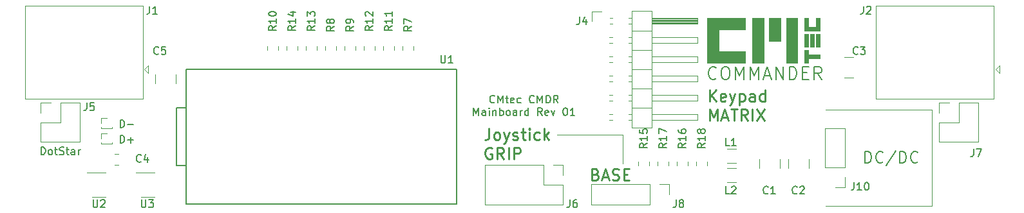
<source format=gbr>
G04 #@! TF.GenerationSoftware,KiCad,Pcbnew,(5.1.5)-3*
G04 #@! TF.CreationDate,2020-02-10T14:16:37+01:00*
G04 #@! TF.ProjectId,cmdr_mainboard,636d6472-5f6d-4616-996e-626f6172642e,rev?*
G04 #@! TF.SameCoordinates,Original*
G04 #@! TF.FileFunction,Legend,Top*
G04 #@! TF.FilePolarity,Positive*
%FSLAX46Y46*%
G04 Gerber Fmt 4.6, Leading zero omitted, Abs format (unit mm)*
G04 Created by KiCad (PCBNEW (5.1.5)-3) date 2020-02-10 14:16:37*
%MOMM*%
%LPD*%
G04 APERTURE LIST*
%ADD10C,0.150000*%
%ADD11C,0.120000*%
%ADD12C,0.250000*%
%ADD13C,0.010000*%
G04 APERTURE END LIST*
D10*
X120602857Y-76748142D02*
X120555238Y-76795761D01*
X120412380Y-76843380D01*
X120317142Y-76843380D01*
X120174285Y-76795761D01*
X120079047Y-76700523D01*
X120031428Y-76605285D01*
X119983809Y-76414809D01*
X119983809Y-76271952D01*
X120031428Y-76081476D01*
X120079047Y-75986238D01*
X120174285Y-75891000D01*
X120317142Y-75843380D01*
X120412380Y-75843380D01*
X120555238Y-75891000D01*
X120602857Y-75938619D01*
X121031428Y-76843380D02*
X121031428Y-75843380D01*
X121364761Y-76557666D01*
X121698095Y-75843380D01*
X121698095Y-76843380D01*
X122031428Y-76176714D02*
X122412380Y-76176714D01*
X122174285Y-75843380D02*
X122174285Y-76700523D01*
X122221904Y-76795761D01*
X122317142Y-76843380D01*
X122412380Y-76843380D01*
X123126666Y-76795761D02*
X123031428Y-76843380D01*
X122840952Y-76843380D01*
X122745714Y-76795761D01*
X122698095Y-76700523D01*
X122698095Y-76319571D01*
X122745714Y-76224333D01*
X122840952Y-76176714D01*
X123031428Y-76176714D01*
X123126666Y-76224333D01*
X123174285Y-76319571D01*
X123174285Y-76414809D01*
X122698095Y-76510047D01*
X124031428Y-76795761D02*
X123936190Y-76843380D01*
X123745714Y-76843380D01*
X123650476Y-76795761D01*
X123602857Y-76748142D01*
X123555238Y-76652904D01*
X123555238Y-76367190D01*
X123602857Y-76271952D01*
X123650476Y-76224333D01*
X123745714Y-76176714D01*
X123936190Y-76176714D01*
X124031428Y-76224333D01*
X125793333Y-76748142D02*
X125745714Y-76795761D01*
X125602857Y-76843380D01*
X125507619Y-76843380D01*
X125364761Y-76795761D01*
X125269523Y-76700523D01*
X125221904Y-76605285D01*
X125174285Y-76414809D01*
X125174285Y-76271952D01*
X125221904Y-76081476D01*
X125269523Y-75986238D01*
X125364761Y-75891000D01*
X125507619Y-75843380D01*
X125602857Y-75843380D01*
X125745714Y-75891000D01*
X125793333Y-75938619D01*
X126221904Y-76843380D02*
X126221904Y-75843380D01*
X126555238Y-76557666D01*
X126888571Y-75843380D01*
X126888571Y-76843380D01*
X127364761Y-76843380D02*
X127364761Y-75843380D01*
X127602857Y-75843380D01*
X127745714Y-75891000D01*
X127840952Y-75986238D01*
X127888571Y-76081476D01*
X127936190Y-76271952D01*
X127936190Y-76414809D01*
X127888571Y-76605285D01*
X127840952Y-76700523D01*
X127745714Y-76795761D01*
X127602857Y-76843380D01*
X127364761Y-76843380D01*
X128936190Y-76843380D02*
X128602857Y-76367190D01*
X128364761Y-76843380D02*
X128364761Y-75843380D01*
X128745714Y-75843380D01*
X128840952Y-75891000D01*
X128888571Y-75938619D01*
X128936190Y-76033857D01*
X128936190Y-76176714D01*
X128888571Y-76271952D01*
X128840952Y-76319571D01*
X128745714Y-76367190D01*
X128364761Y-76367190D01*
X117840952Y-78493380D02*
X117840952Y-77493380D01*
X118174285Y-78207666D01*
X118507619Y-77493380D01*
X118507619Y-78493380D01*
X119412380Y-78493380D02*
X119412380Y-77969571D01*
X119364761Y-77874333D01*
X119269523Y-77826714D01*
X119079047Y-77826714D01*
X118983809Y-77874333D01*
X119412380Y-78445761D02*
X119317142Y-78493380D01*
X119079047Y-78493380D01*
X118983809Y-78445761D01*
X118936190Y-78350523D01*
X118936190Y-78255285D01*
X118983809Y-78160047D01*
X119079047Y-78112428D01*
X119317142Y-78112428D01*
X119412380Y-78064809D01*
X119888571Y-78493380D02*
X119888571Y-77826714D01*
X119888571Y-77493380D02*
X119840952Y-77541000D01*
X119888571Y-77588619D01*
X119936190Y-77541000D01*
X119888571Y-77493380D01*
X119888571Y-77588619D01*
X120364761Y-77826714D02*
X120364761Y-78493380D01*
X120364761Y-77921952D02*
X120412380Y-77874333D01*
X120507619Y-77826714D01*
X120650476Y-77826714D01*
X120745714Y-77874333D01*
X120793333Y-77969571D01*
X120793333Y-78493380D01*
X121269523Y-78493380D02*
X121269523Y-77493380D01*
X121269523Y-77874333D02*
X121364761Y-77826714D01*
X121555238Y-77826714D01*
X121650476Y-77874333D01*
X121698095Y-77921952D01*
X121745714Y-78017190D01*
X121745714Y-78302904D01*
X121698095Y-78398142D01*
X121650476Y-78445761D01*
X121555238Y-78493380D01*
X121364761Y-78493380D01*
X121269523Y-78445761D01*
X122317142Y-78493380D02*
X122221904Y-78445761D01*
X122174285Y-78398142D01*
X122126666Y-78302904D01*
X122126666Y-78017190D01*
X122174285Y-77921952D01*
X122221904Y-77874333D01*
X122317142Y-77826714D01*
X122460000Y-77826714D01*
X122555238Y-77874333D01*
X122602857Y-77921952D01*
X122650476Y-78017190D01*
X122650476Y-78302904D01*
X122602857Y-78398142D01*
X122555238Y-78445761D01*
X122460000Y-78493380D01*
X122317142Y-78493380D01*
X123507619Y-78493380D02*
X123507619Y-77969571D01*
X123460000Y-77874333D01*
X123364761Y-77826714D01*
X123174285Y-77826714D01*
X123079047Y-77874333D01*
X123507619Y-78445761D02*
X123412380Y-78493380D01*
X123174285Y-78493380D01*
X123079047Y-78445761D01*
X123031428Y-78350523D01*
X123031428Y-78255285D01*
X123079047Y-78160047D01*
X123174285Y-78112428D01*
X123412380Y-78112428D01*
X123507619Y-78064809D01*
X123983809Y-78493380D02*
X123983809Y-77826714D01*
X123983809Y-78017190D02*
X124031428Y-77921952D01*
X124079047Y-77874333D01*
X124174285Y-77826714D01*
X124269523Y-77826714D01*
X125031428Y-78493380D02*
X125031428Y-77493380D01*
X125031428Y-78445761D02*
X124936190Y-78493380D01*
X124745714Y-78493380D01*
X124650476Y-78445761D01*
X124602857Y-78398142D01*
X124555238Y-78302904D01*
X124555238Y-78017190D01*
X124602857Y-77921952D01*
X124650476Y-77874333D01*
X124745714Y-77826714D01*
X124936190Y-77826714D01*
X125031428Y-77874333D01*
X126840952Y-78493380D02*
X126507619Y-78017190D01*
X126269523Y-78493380D02*
X126269523Y-77493380D01*
X126650476Y-77493380D01*
X126745714Y-77541000D01*
X126793333Y-77588619D01*
X126840952Y-77683857D01*
X126840952Y-77826714D01*
X126793333Y-77921952D01*
X126745714Y-77969571D01*
X126650476Y-78017190D01*
X126269523Y-78017190D01*
X127650476Y-78445761D02*
X127555238Y-78493380D01*
X127364761Y-78493380D01*
X127269523Y-78445761D01*
X127221904Y-78350523D01*
X127221904Y-77969571D01*
X127269523Y-77874333D01*
X127364761Y-77826714D01*
X127555238Y-77826714D01*
X127650476Y-77874333D01*
X127698095Y-77969571D01*
X127698095Y-78064809D01*
X127221904Y-78160047D01*
X128031428Y-77826714D02*
X128269523Y-78493380D01*
X128507619Y-77826714D01*
X129840952Y-77493380D02*
X129936190Y-77493380D01*
X130031428Y-77541000D01*
X130079047Y-77588619D01*
X130126666Y-77683857D01*
X130174285Y-77874333D01*
X130174285Y-78112428D01*
X130126666Y-78302904D01*
X130079047Y-78398142D01*
X130031428Y-78445761D01*
X129936190Y-78493380D01*
X129840952Y-78493380D01*
X129745714Y-78445761D01*
X129698095Y-78398142D01*
X129650476Y-78302904D01*
X129602857Y-78112428D01*
X129602857Y-77874333D01*
X129650476Y-77683857D01*
X129698095Y-77588619D01*
X129745714Y-77541000D01*
X129840952Y-77493380D01*
X131126666Y-78493380D02*
X130555238Y-78493380D01*
X130840952Y-78493380D02*
X130840952Y-77493380D01*
X130745714Y-77636238D01*
X130650476Y-77731476D01*
X130555238Y-77779095D01*
D11*
X137414000Y-81026000D02*
X137414000Y-84836000D01*
X128778000Y-81026000D02*
X137414000Y-81026000D01*
X178054000Y-77724000D02*
X178054000Y-90424000D01*
X178054000Y-90424000D02*
X164084000Y-90424000D01*
D10*
X169291428Y-84752571D02*
X169291428Y-83252571D01*
X169648571Y-83252571D01*
X169862857Y-83324000D01*
X170005714Y-83466857D01*
X170077142Y-83609714D01*
X170148571Y-83895428D01*
X170148571Y-84109714D01*
X170077142Y-84395428D01*
X170005714Y-84538285D01*
X169862857Y-84681142D01*
X169648571Y-84752571D01*
X169291428Y-84752571D01*
X171648571Y-84609714D02*
X171577142Y-84681142D01*
X171362857Y-84752571D01*
X171220000Y-84752571D01*
X171005714Y-84681142D01*
X170862857Y-84538285D01*
X170791428Y-84395428D01*
X170720000Y-84109714D01*
X170720000Y-83895428D01*
X170791428Y-83609714D01*
X170862857Y-83466857D01*
X171005714Y-83324000D01*
X171220000Y-83252571D01*
X171362857Y-83252571D01*
X171577142Y-83324000D01*
X171648571Y-83395428D01*
X173362857Y-83181142D02*
X172077142Y-85109714D01*
X173862857Y-84752571D02*
X173862857Y-83252571D01*
X174220000Y-83252571D01*
X174434285Y-83324000D01*
X174577142Y-83466857D01*
X174648571Y-83609714D01*
X174720000Y-83895428D01*
X174720000Y-84109714D01*
X174648571Y-84395428D01*
X174577142Y-84538285D01*
X174434285Y-84681142D01*
X174220000Y-84752571D01*
X173862857Y-84752571D01*
X176220000Y-84609714D02*
X176148571Y-84681142D01*
X175934285Y-84752571D01*
X175791428Y-84752571D01*
X175577142Y-84681142D01*
X175434285Y-84538285D01*
X175362857Y-84395428D01*
X175291428Y-84109714D01*
X175291428Y-83895428D01*
X175362857Y-83609714D01*
X175434285Y-83466857D01*
X175577142Y-83324000D01*
X175791428Y-83252571D01*
X175934285Y-83252571D01*
X176148571Y-83324000D01*
X176220000Y-83395428D01*
D11*
X164084000Y-77724000D02*
X178054000Y-77724000D01*
D12*
X148855642Y-76644571D02*
X148855642Y-75144571D01*
X149712785Y-76644571D02*
X149069928Y-75787428D01*
X149712785Y-75144571D02*
X148855642Y-76001714D01*
X150927071Y-76573142D02*
X150784214Y-76644571D01*
X150498500Y-76644571D01*
X150355642Y-76573142D01*
X150284214Y-76430285D01*
X150284214Y-75858857D01*
X150355642Y-75716000D01*
X150498500Y-75644571D01*
X150784214Y-75644571D01*
X150927071Y-75716000D01*
X150998500Y-75858857D01*
X150998500Y-76001714D01*
X150284214Y-76144571D01*
X151498500Y-75644571D02*
X151855642Y-76644571D01*
X152212785Y-75644571D02*
X151855642Y-76644571D01*
X151712785Y-77001714D01*
X151641357Y-77073142D01*
X151498500Y-77144571D01*
X152784214Y-75644571D02*
X152784214Y-77144571D01*
X152784214Y-75716000D02*
X152927071Y-75644571D01*
X153212785Y-75644571D01*
X153355642Y-75716000D01*
X153427071Y-75787428D01*
X153498500Y-75930285D01*
X153498500Y-76358857D01*
X153427071Y-76501714D01*
X153355642Y-76573142D01*
X153212785Y-76644571D01*
X152927071Y-76644571D01*
X152784214Y-76573142D01*
X154784214Y-76644571D02*
X154784214Y-75858857D01*
X154712785Y-75716000D01*
X154569928Y-75644571D01*
X154284214Y-75644571D01*
X154141357Y-75716000D01*
X154784214Y-76573142D02*
X154641357Y-76644571D01*
X154284214Y-76644571D01*
X154141357Y-76573142D01*
X154069928Y-76430285D01*
X154069928Y-76287428D01*
X154141357Y-76144571D01*
X154284214Y-76073142D01*
X154641357Y-76073142D01*
X154784214Y-76001714D01*
X156141357Y-76644571D02*
X156141357Y-75144571D01*
X156141357Y-76573142D02*
X155998500Y-76644571D01*
X155712785Y-76644571D01*
X155569928Y-76573142D01*
X155498500Y-76501714D01*
X155427071Y-76358857D01*
X155427071Y-75930285D01*
X155498500Y-75787428D01*
X155569928Y-75716000D01*
X155712785Y-75644571D01*
X155998500Y-75644571D01*
X156141357Y-75716000D01*
X148855642Y-79144571D02*
X148855642Y-77644571D01*
X149355642Y-78716000D01*
X149855642Y-77644571D01*
X149855642Y-79144571D01*
X150498500Y-78716000D02*
X151212785Y-78716000D01*
X150355642Y-79144571D02*
X150855642Y-77644571D01*
X151355642Y-79144571D01*
X151641357Y-77644571D02*
X152498500Y-77644571D01*
X152069928Y-79144571D02*
X152069928Y-77644571D01*
X153855642Y-79144571D02*
X153355642Y-78430285D01*
X152998500Y-79144571D02*
X152998500Y-77644571D01*
X153569928Y-77644571D01*
X153712785Y-77716000D01*
X153784214Y-77787428D01*
X153855642Y-77930285D01*
X153855642Y-78144571D01*
X153784214Y-78287428D01*
X153712785Y-78358857D01*
X153569928Y-78430285D01*
X152998500Y-78430285D01*
X154498500Y-79144571D02*
X154498500Y-77644571D01*
X155069928Y-77644571D02*
X156069928Y-79144571D01*
X156069928Y-77644571D02*
X155069928Y-79144571D01*
X133861642Y-86252857D02*
X134075928Y-86324285D01*
X134147357Y-86395714D01*
X134218785Y-86538571D01*
X134218785Y-86752857D01*
X134147357Y-86895714D01*
X134075928Y-86967142D01*
X133933071Y-87038571D01*
X133361642Y-87038571D01*
X133361642Y-85538571D01*
X133861642Y-85538571D01*
X134004500Y-85610000D01*
X134075928Y-85681428D01*
X134147357Y-85824285D01*
X134147357Y-85967142D01*
X134075928Y-86110000D01*
X134004500Y-86181428D01*
X133861642Y-86252857D01*
X133361642Y-86252857D01*
X134790214Y-86610000D02*
X135504500Y-86610000D01*
X134647357Y-87038571D02*
X135147357Y-85538571D01*
X135647357Y-87038571D01*
X136075928Y-86967142D02*
X136290214Y-87038571D01*
X136647357Y-87038571D01*
X136790214Y-86967142D01*
X136861642Y-86895714D01*
X136933071Y-86752857D01*
X136933071Y-86610000D01*
X136861642Y-86467142D01*
X136790214Y-86395714D01*
X136647357Y-86324285D01*
X136361642Y-86252857D01*
X136218785Y-86181428D01*
X136147357Y-86110000D01*
X136075928Y-85967142D01*
X136075928Y-85824285D01*
X136147357Y-85681428D01*
X136218785Y-85610000D01*
X136361642Y-85538571D01*
X136718785Y-85538571D01*
X136933071Y-85610000D01*
X137575928Y-86252857D02*
X138075928Y-86252857D01*
X138290214Y-87038571D02*
X137575928Y-87038571D01*
X137575928Y-85538571D01*
X138290214Y-85538571D01*
X119868214Y-80224571D02*
X119868214Y-81296000D01*
X119796785Y-81510285D01*
X119653928Y-81653142D01*
X119439642Y-81724571D01*
X119296785Y-81724571D01*
X120796785Y-81724571D02*
X120653928Y-81653142D01*
X120582500Y-81581714D01*
X120511071Y-81438857D01*
X120511071Y-81010285D01*
X120582500Y-80867428D01*
X120653928Y-80796000D01*
X120796785Y-80724571D01*
X121011071Y-80724571D01*
X121153928Y-80796000D01*
X121225357Y-80867428D01*
X121296785Y-81010285D01*
X121296785Y-81438857D01*
X121225357Y-81581714D01*
X121153928Y-81653142D01*
X121011071Y-81724571D01*
X120796785Y-81724571D01*
X121796785Y-80724571D02*
X122153928Y-81724571D01*
X122511071Y-80724571D02*
X122153928Y-81724571D01*
X122011071Y-82081714D01*
X121939642Y-82153142D01*
X121796785Y-82224571D01*
X123011071Y-81653142D02*
X123153928Y-81724571D01*
X123439642Y-81724571D01*
X123582500Y-81653142D01*
X123653928Y-81510285D01*
X123653928Y-81438857D01*
X123582500Y-81296000D01*
X123439642Y-81224571D01*
X123225357Y-81224571D01*
X123082500Y-81153142D01*
X123011071Y-81010285D01*
X123011071Y-80938857D01*
X123082500Y-80796000D01*
X123225357Y-80724571D01*
X123439642Y-80724571D01*
X123582500Y-80796000D01*
X124082500Y-80724571D02*
X124653928Y-80724571D01*
X124296785Y-80224571D02*
X124296785Y-81510285D01*
X124368214Y-81653142D01*
X124511071Y-81724571D01*
X124653928Y-81724571D01*
X125153928Y-81724571D02*
X125153928Y-80724571D01*
X125153928Y-80224571D02*
X125082500Y-80296000D01*
X125153928Y-80367428D01*
X125225357Y-80296000D01*
X125153928Y-80224571D01*
X125153928Y-80367428D01*
X126511071Y-81653142D02*
X126368214Y-81724571D01*
X126082500Y-81724571D01*
X125939642Y-81653142D01*
X125868214Y-81581714D01*
X125796785Y-81438857D01*
X125796785Y-81010285D01*
X125868214Y-80867428D01*
X125939642Y-80796000D01*
X126082500Y-80724571D01*
X126368214Y-80724571D01*
X126511071Y-80796000D01*
X127153928Y-81724571D02*
X127153928Y-80224571D01*
X127296785Y-81153142D02*
X127725357Y-81724571D01*
X127725357Y-80724571D02*
X127153928Y-81296000D01*
X120225357Y-82796000D02*
X120082500Y-82724571D01*
X119868214Y-82724571D01*
X119653928Y-82796000D01*
X119511071Y-82938857D01*
X119439642Y-83081714D01*
X119368214Y-83367428D01*
X119368214Y-83581714D01*
X119439642Y-83867428D01*
X119511071Y-84010285D01*
X119653928Y-84153142D01*
X119868214Y-84224571D01*
X120011071Y-84224571D01*
X120225357Y-84153142D01*
X120296785Y-84081714D01*
X120296785Y-83581714D01*
X120011071Y-83581714D01*
X121796785Y-84224571D02*
X121296785Y-83510285D01*
X120939642Y-84224571D02*
X120939642Y-82724571D01*
X121511071Y-82724571D01*
X121653928Y-82796000D01*
X121725357Y-82867428D01*
X121796785Y-83010285D01*
X121796785Y-83224571D01*
X121725357Y-83367428D01*
X121653928Y-83438857D01*
X121511071Y-83510285D01*
X120939642Y-83510285D01*
X122439642Y-84224571D02*
X122439642Y-82724571D01*
X123153928Y-84224571D02*
X123153928Y-82724571D01*
X123725357Y-82724571D01*
X123868214Y-82796000D01*
X123939642Y-82867428D01*
X124011071Y-83010285D01*
X124011071Y-83224571D01*
X123939642Y-83367428D01*
X123868214Y-83438857D01*
X123725357Y-83510285D01*
X123153928Y-83510285D01*
D10*
X149736761Y-73593142D02*
X149655809Y-73674095D01*
X149412952Y-73755047D01*
X149251047Y-73755047D01*
X149008190Y-73674095D01*
X148846285Y-73512190D01*
X148765333Y-73350285D01*
X148684380Y-73026476D01*
X148684380Y-72783619D01*
X148765333Y-72459809D01*
X148846285Y-72297904D01*
X149008190Y-72136000D01*
X149251047Y-72055047D01*
X149412952Y-72055047D01*
X149655809Y-72136000D01*
X149736761Y-72216952D01*
X150789142Y-72055047D02*
X151112952Y-72055047D01*
X151274857Y-72136000D01*
X151436761Y-72297904D01*
X151517714Y-72621714D01*
X151517714Y-73188380D01*
X151436761Y-73512190D01*
X151274857Y-73674095D01*
X151112952Y-73755047D01*
X150789142Y-73755047D01*
X150627238Y-73674095D01*
X150465333Y-73512190D01*
X150384380Y-73188380D01*
X150384380Y-72621714D01*
X150465333Y-72297904D01*
X150627238Y-72136000D01*
X150789142Y-72055047D01*
X152246285Y-73755047D02*
X152246285Y-72055047D01*
X152812952Y-73269333D01*
X153379619Y-72055047D01*
X153379619Y-73755047D01*
X154189142Y-73755047D02*
X154189142Y-72055047D01*
X154755809Y-73269333D01*
X155322476Y-72055047D01*
X155322476Y-73755047D01*
X156051047Y-73269333D02*
X156860571Y-73269333D01*
X155889142Y-73755047D02*
X156455809Y-72055047D01*
X157022476Y-73755047D01*
X157589142Y-73755047D02*
X157589142Y-72055047D01*
X158560571Y-73755047D01*
X158560571Y-72055047D01*
X159370095Y-73755047D02*
X159370095Y-72055047D01*
X159774857Y-72055047D01*
X160017714Y-72136000D01*
X160179619Y-72297904D01*
X160260571Y-72459809D01*
X160341523Y-72783619D01*
X160341523Y-73026476D01*
X160260571Y-73350285D01*
X160179619Y-73512190D01*
X160017714Y-73674095D01*
X159774857Y-73755047D01*
X159370095Y-73755047D01*
X161070095Y-72864571D02*
X161636761Y-72864571D01*
X161879619Y-73755047D02*
X161070095Y-73755047D01*
X161070095Y-72055047D01*
X161879619Y-72055047D01*
X163579619Y-73755047D02*
X163012952Y-72945523D01*
X162608190Y-73755047D02*
X162608190Y-72055047D01*
X163255809Y-72055047D01*
X163417714Y-72136000D01*
X163498666Y-72216952D01*
X163579619Y-72378857D01*
X163579619Y-72621714D01*
X163498666Y-72783619D01*
X163417714Y-72864571D01*
X163255809Y-72945523D01*
X162608190Y-72945523D01*
D11*
X186255000Y-76270000D02*
X186242000Y-64008000D01*
X170735000Y-76270000D02*
X186255000Y-76270000D01*
X170735000Y-76270000D02*
X170735000Y-64008000D01*
X186242000Y-64008000D02*
X170722000Y-64008000D01*
X186440000Y-72390000D02*
X186940000Y-72890000D01*
X186940000Y-72890000D02*
X186940000Y-71890000D01*
X186940000Y-71890000D02*
X186440000Y-72390000D01*
X68901000Y-80849000D02*
X69596000Y-80849000D01*
X68901000Y-81534000D02*
X68901000Y-80849000D01*
X70204276Y-82219000D02*
X70291000Y-82219000D01*
X68901000Y-82219000D02*
X68987724Y-82219000D01*
X70291000Y-82219000D02*
X70291000Y-82094000D01*
X68901000Y-82219000D02*
X68901000Y-82094000D01*
X68901000Y-82219000D02*
X70291000Y-82219000D01*
X68901000Y-78817000D02*
X69596000Y-78817000D01*
X68901000Y-79502000D02*
X68901000Y-78817000D01*
X70204276Y-80187000D02*
X70291000Y-80187000D01*
X68901000Y-80187000D02*
X68987724Y-80187000D01*
X70291000Y-80187000D02*
X70291000Y-80062000D01*
X68901000Y-80187000D02*
X68901000Y-80062000D01*
X68901000Y-80187000D02*
X70291000Y-80187000D01*
X75983000Y-73057936D02*
X75983000Y-74262064D01*
X78703000Y-73057936D02*
X78703000Y-74262064D01*
X70604748Y-85038000D02*
X71127252Y-85038000D01*
X70604748Y-83618000D02*
X71127252Y-83618000D01*
X166566436Y-73496000D02*
X167770564Y-73496000D01*
X166566436Y-70776000D02*
X167770564Y-70776000D01*
X75060000Y-71890000D02*
X74560000Y-72390000D01*
X75060000Y-72890000D02*
X75060000Y-71890000D01*
X74560000Y-72390000D02*
X75060000Y-72890000D01*
X74362000Y-64008000D02*
X58842000Y-64008000D01*
X58855000Y-76270000D02*
X58855000Y-64008000D01*
X58855000Y-76270000D02*
X74375000Y-76270000D01*
X74375000Y-76270000D02*
X74362000Y-64008000D01*
D10*
X80010000Y-85090000D02*
X78740000Y-85090000D01*
X78740000Y-85090000D02*
X78740000Y-77470000D01*
X78740000Y-77470000D02*
X80010000Y-77470000D01*
X80010000Y-85090000D02*
X80010000Y-77470000D01*
X80010000Y-72390000D02*
X115570000Y-72390000D01*
X115570000Y-72390000D02*
X115570000Y-90170000D01*
X115570000Y-90170000D02*
X80010000Y-90170000D01*
X80010000Y-90170000D02*
X80010000Y-72390000D01*
D13*
G36*
X161826222Y-66802000D02*
G01*
X162842222Y-66802000D01*
X162842222Y-65644889D01*
X163350222Y-65644889D01*
X163350222Y-67338222D01*
X161318222Y-67338222D01*
X161318222Y-65644889D01*
X161826222Y-65644889D01*
X161826222Y-66802000D01*
G37*
X161826222Y-66802000D02*
X162842222Y-66802000D01*
X162842222Y-65644889D01*
X163350222Y-65644889D01*
X163350222Y-67338222D01*
X161318222Y-67338222D01*
X161318222Y-65644889D01*
X161826222Y-65644889D01*
X161826222Y-66802000D01*
G36*
X158185556Y-68664667D02*
G01*
X156689778Y-68664667D01*
X156689778Y-65616667D01*
X158185556Y-65616667D01*
X158185556Y-68664667D01*
G37*
X158185556Y-68664667D02*
X156689778Y-68664667D01*
X156689778Y-65616667D01*
X158185556Y-65616667D01*
X158185556Y-68664667D01*
G36*
X163350222Y-69426667D02*
G01*
X162842222Y-69426667D01*
X162842222Y-67733334D01*
X163350222Y-67733334D01*
X163350222Y-69426667D01*
G37*
X163350222Y-69426667D02*
X162842222Y-69426667D01*
X162842222Y-67733334D01*
X163350222Y-67733334D01*
X163350222Y-69426667D01*
G36*
X162588222Y-69426667D02*
G01*
X162052000Y-69426667D01*
X162052000Y-67733334D01*
X162588222Y-67733334D01*
X162588222Y-69426667D01*
G37*
X162588222Y-69426667D02*
X162052000Y-69426667D01*
X162052000Y-67733334D01*
X162588222Y-67733334D01*
X162588222Y-69426667D01*
G36*
X161826222Y-69426667D02*
G01*
X161318222Y-69426667D01*
X161318222Y-67733334D01*
X161826222Y-67733334D01*
X161826222Y-69426667D01*
G37*
X161826222Y-69426667D02*
X161318222Y-69426667D01*
X161318222Y-67733334D01*
X161826222Y-67733334D01*
X161826222Y-69426667D01*
G36*
X160415111Y-71543334D02*
G01*
X158919334Y-71543334D01*
X158919334Y-65616667D01*
X160415111Y-65616667D01*
X160415111Y-71543334D01*
G37*
X160415111Y-71543334D02*
X158919334Y-71543334D01*
X158919334Y-65616667D01*
X160415111Y-65616667D01*
X160415111Y-71543334D01*
G36*
X155956000Y-71543334D02*
G01*
X154460222Y-71543334D01*
X154460222Y-65616667D01*
X155956000Y-65616667D01*
X155956000Y-71543334D01*
G37*
X155956000Y-71543334D02*
X154460222Y-71543334D01*
X154460222Y-65616667D01*
X155956000Y-65616667D01*
X155956000Y-71543334D01*
G36*
X153528889Y-67112445D02*
G01*
X150085778Y-67112445D01*
X150085778Y-70047556D01*
X153528889Y-70047556D01*
X153528889Y-71543334D01*
X148561778Y-71543334D01*
X148561778Y-65588445D01*
X153528889Y-65588445D01*
X153528889Y-67112445D01*
G37*
X153528889Y-67112445D02*
X150085778Y-67112445D01*
X150085778Y-70047556D01*
X153528889Y-70047556D01*
X153528889Y-71543334D01*
X148561778Y-71543334D01*
X148561778Y-65588445D01*
X153528889Y-65588445D01*
X153528889Y-67112445D01*
G36*
X161826222Y-70470889D02*
G01*
X163350222Y-70470889D01*
X163350222Y-70978889D01*
X161826222Y-70978889D01*
X161826222Y-71571556D01*
X161318222Y-71571556D01*
X161318222Y-69878222D01*
X161826222Y-69878222D01*
X161826222Y-70470889D01*
G37*
X161826222Y-70470889D02*
X163350222Y-70470889D01*
X163350222Y-70978889D01*
X161826222Y-70978889D01*
X161826222Y-71571556D01*
X161318222Y-71571556D01*
X161318222Y-69878222D01*
X161826222Y-69878222D01*
X161826222Y-70470889D01*
D11*
X129600000Y-85030000D02*
X129600000Y-86360000D01*
X128270000Y-85030000D02*
X129600000Y-85030000D01*
X129600000Y-87630000D02*
X129600000Y-90230000D01*
X127000000Y-87630000D02*
X129600000Y-87630000D01*
X127000000Y-85030000D02*
X127000000Y-87630000D01*
X129600000Y-90230000D02*
X119320000Y-90230000D01*
X127000000Y-85030000D02*
X119320000Y-85030000D01*
X119320000Y-85030000D02*
X119320000Y-90230000D01*
X166684000Y-87944000D02*
X165354000Y-87944000D01*
X166684000Y-86614000D02*
X166684000Y-87944000D01*
X166684000Y-85344000D02*
X164024000Y-85344000D01*
X164024000Y-85344000D02*
X164024000Y-80204000D01*
X166684000Y-85344000D02*
X166684000Y-80204000D01*
X166684000Y-80204000D02*
X164024000Y-80204000D01*
X179010000Y-76810000D02*
X180340000Y-76810000D01*
X179010000Y-78140000D02*
X179010000Y-76810000D01*
X181610000Y-76810000D02*
X184210000Y-76810000D01*
X181610000Y-79410000D02*
X181610000Y-76810000D01*
X179010000Y-79410000D02*
X181610000Y-79410000D01*
X184210000Y-76810000D02*
X184210000Y-82010000D01*
X179010000Y-79410000D02*
X179010000Y-82010000D01*
X179010000Y-82010000D02*
X184210000Y-82010000D01*
X60900000Y-76810000D02*
X62230000Y-76810000D01*
X60900000Y-78140000D02*
X60900000Y-76810000D01*
X63500000Y-76810000D02*
X66100000Y-76810000D01*
X63500000Y-79410000D02*
X63500000Y-76810000D01*
X60900000Y-79410000D02*
X63500000Y-79410000D01*
X66100000Y-76810000D02*
X66100000Y-82010000D01*
X60900000Y-79410000D02*
X60900000Y-82010000D01*
X60900000Y-82010000D02*
X66100000Y-82010000D01*
X92150000Y-69848252D02*
X92150000Y-69325748D01*
X90730000Y-69848252D02*
X90730000Y-69325748D01*
X152370064Y-85450000D02*
X151165936Y-85450000D01*
X152370064Y-87270000D02*
X151165936Y-87270000D01*
X152370064Y-82910000D02*
X151165936Y-82910000D01*
X152370064Y-84730000D02*
X151165936Y-84730000D01*
X143570000Y-87570000D02*
X143570000Y-88900000D01*
X142240000Y-87570000D02*
X143570000Y-87570000D01*
X140970000Y-87570000D02*
X140970000Y-90230000D01*
X140970000Y-90230000D02*
X133290000Y-90230000D01*
X140970000Y-87570000D02*
X133290000Y-87570000D01*
X133290000Y-87570000D02*
X133290000Y-90230000D01*
X133350000Y-64770000D02*
X134620000Y-64770000D01*
X133350000Y-66040000D02*
X133350000Y-64770000D01*
X135662929Y-79120000D02*
X136117071Y-79120000D01*
X135662929Y-78360000D02*
X136117071Y-78360000D01*
X138202929Y-79120000D02*
X138600000Y-79120000D01*
X138202929Y-78360000D02*
X138600000Y-78360000D01*
X147260000Y-79120000D02*
X141260000Y-79120000D01*
X147260000Y-78360000D02*
X147260000Y-79120000D01*
X141260000Y-78360000D02*
X147260000Y-78360000D01*
X138600000Y-77470000D02*
X141260000Y-77470000D01*
X135662929Y-76580000D02*
X136117071Y-76580000D01*
X135662929Y-75820000D02*
X136117071Y-75820000D01*
X138202929Y-76580000D02*
X138600000Y-76580000D01*
X138202929Y-75820000D02*
X138600000Y-75820000D01*
X147260000Y-76580000D02*
X141260000Y-76580000D01*
X147260000Y-75820000D02*
X147260000Y-76580000D01*
X141260000Y-75820000D02*
X147260000Y-75820000D01*
X138600000Y-74930000D02*
X141260000Y-74930000D01*
X135662929Y-74040000D02*
X136117071Y-74040000D01*
X135662929Y-73280000D02*
X136117071Y-73280000D01*
X138202929Y-74040000D02*
X138600000Y-74040000D01*
X138202929Y-73280000D02*
X138600000Y-73280000D01*
X147260000Y-74040000D02*
X141260000Y-74040000D01*
X147260000Y-73280000D02*
X147260000Y-74040000D01*
X141260000Y-73280000D02*
X147260000Y-73280000D01*
X138600000Y-72390000D02*
X141260000Y-72390000D01*
X135662929Y-71500000D02*
X136117071Y-71500000D01*
X135662929Y-70740000D02*
X136117071Y-70740000D01*
X138202929Y-71500000D02*
X138600000Y-71500000D01*
X138202929Y-70740000D02*
X138600000Y-70740000D01*
X147260000Y-71500000D02*
X141260000Y-71500000D01*
X147260000Y-70740000D02*
X147260000Y-71500000D01*
X141260000Y-70740000D02*
X147260000Y-70740000D01*
X138600000Y-69850000D02*
X141260000Y-69850000D01*
X135662929Y-68960000D02*
X136117071Y-68960000D01*
X135662929Y-68200000D02*
X136117071Y-68200000D01*
X138202929Y-68960000D02*
X138600000Y-68960000D01*
X138202929Y-68200000D02*
X138600000Y-68200000D01*
X147260000Y-68960000D02*
X141260000Y-68960000D01*
X147260000Y-68200000D02*
X147260000Y-68960000D01*
X141260000Y-68200000D02*
X147260000Y-68200000D01*
X138600000Y-67310000D02*
X141260000Y-67310000D01*
X135730000Y-66420000D02*
X136117071Y-66420000D01*
X135730000Y-65660000D02*
X136117071Y-65660000D01*
X138202929Y-66420000D02*
X138600000Y-66420000D01*
X138202929Y-65660000D02*
X138600000Y-65660000D01*
X141260000Y-66320000D02*
X147260000Y-66320000D01*
X141260000Y-66200000D02*
X147260000Y-66200000D01*
X141260000Y-66080000D02*
X147260000Y-66080000D01*
X141260000Y-65960000D02*
X147260000Y-65960000D01*
X141260000Y-65840000D02*
X147260000Y-65840000D01*
X141260000Y-65720000D02*
X147260000Y-65720000D01*
X147260000Y-66420000D02*
X141260000Y-66420000D01*
X147260000Y-65660000D02*
X147260000Y-66420000D01*
X141260000Y-65660000D02*
X147260000Y-65660000D01*
X141260000Y-64710000D02*
X138600000Y-64710000D01*
X141260000Y-80070000D02*
X141260000Y-64710000D01*
X138600000Y-80070000D02*
X141260000Y-80070000D01*
X138600000Y-64710000D02*
X138600000Y-80070000D01*
X159168000Y-84270436D02*
X159168000Y-85474564D01*
X161888000Y-84270436D02*
X161888000Y-85474564D01*
X155358000Y-84270436D02*
X155358000Y-85474564D01*
X158078000Y-84270436D02*
X158078000Y-85474564D01*
X75910000Y-86020000D02*
X73460000Y-86020000D01*
X74110000Y-89240000D02*
X75910000Y-89240000D01*
X69480000Y-86020000D02*
X67030000Y-86020000D01*
X67680000Y-89240000D02*
X69480000Y-89240000D01*
X147118000Y-84583748D02*
X147118000Y-85106252D01*
X148538000Y-84583748D02*
X148538000Y-85106252D01*
X142038000Y-84583748D02*
X142038000Y-85106252D01*
X143458000Y-84583748D02*
X143458000Y-85106252D01*
X144578000Y-84583748D02*
X144578000Y-85106252D01*
X145998000Y-84583748D02*
X145998000Y-85106252D01*
X139498000Y-84583748D02*
X139498000Y-85106252D01*
X140918000Y-84583748D02*
X140918000Y-85106252D01*
X94690000Y-69848252D02*
X94690000Y-69325748D01*
X93270000Y-69848252D02*
X93270000Y-69325748D01*
X97230000Y-69848252D02*
X97230000Y-69325748D01*
X95810000Y-69848252D02*
X95810000Y-69325748D01*
X104850000Y-69848252D02*
X104850000Y-69325748D01*
X103430000Y-69848252D02*
X103430000Y-69325748D01*
X107390000Y-69848252D02*
X107390000Y-69325748D01*
X105970000Y-69848252D02*
X105970000Y-69325748D01*
X102310000Y-69848252D02*
X102310000Y-69325748D01*
X100890000Y-69848252D02*
X100890000Y-69325748D01*
X99770000Y-69848252D02*
X99770000Y-69325748D01*
X98350000Y-69848252D02*
X98350000Y-69325748D01*
X109930000Y-69848252D02*
X109930000Y-69325748D01*
X108510000Y-69848252D02*
X108510000Y-69325748D01*
D10*
X169084666Y-64095380D02*
X169084666Y-64809666D01*
X169037047Y-64952523D01*
X168941809Y-65047761D01*
X168798952Y-65095380D01*
X168703714Y-65095380D01*
X169513238Y-64190619D02*
X169560857Y-64143000D01*
X169656095Y-64095380D01*
X169894190Y-64095380D01*
X169989428Y-64143000D01*
X170037047Y-64190619D01*
X170084666Y-64285857D01*
X170084666Y-64381095D01*
X170037047Y-64523952D01*
X169465619Y-65095380D01*
X170084666Y-65095380D01*
X71382047Y-82113380D02*
X71382047Y-81113380D01*
X71620142Y-81113380D01*
X71763000Y-81161000D01*
X71858238Y-81256238D01*
X71905857Y-81351476D01*
X71953476Y-81541952D01*
X71953476Y-81684809D01*
X71905857Y-81875285D01*
X71858238Y-81970523D01*
X71763000Y-82065761D01*
X71620142Y-82113380D01*
X71382047Y-82113380D01*
X72382047Y-81732428D02*
X73143952Y-81732428D01*
X72763000Y-82113380D02*
X72763000Y-81351476D01*
X71382047Y-80081380D02*
X71382047Y-79081380D01*
X71620142Y-79081380D01*
X71763000Y-79129000D01*
X71858238Y-79224238D01*
X71905857Y-79319476D01*
X71953476Y-79509952D01*
X71953476Y-79652809D01*
X71905857Y-79843285D01*
X71858238Y-79938523D01*
X71763000Y-80033761D01*
X71620142Y-80081380D01*
X71382047Y-80081380D01*
X72382047Y-79700428D02*
X73143952Y-79700428D01*
X76414333Y-70334142D02*
X76366714Y-70381761D01*
X76223857Y-70429380D01*
X76128619Y-70429380D01*
X75985761Y-70381761D01*
X75890523Y-70286523D01*
X75842904Y-70191285D01*
X75795285Y-70000809D01*
X75795285Y-69857952D01*
X75842904Y-69667476D01*
X75890523Y-69572238D01*
X75985761Y-69477000D01*
X76128619Y-69429380D01*
X76223857Y-69429380D01*
X76366714Y-69477000D01*
X76414333Y-69524619D01*
X77319095Y-69429380D02*
X76842904Y-69429380D01*
X76795285Y-69905571D01*
X76842904Y-69857952D01*
X76938142Y-69810333D01*
X77176238Y-69810333D01*
X77271476Y-69857952D01*
X77319095Y-69905571D01*
X77366714Y-70000809D01*
X77366714Y-70238904D01*
X77319095Y-70334142D01*
X77271476Y-70381761D01*
X77176238Y-70429380D01*
X76938142Y-70429380D01*
X76842904Y-70381761D01*
X76795285Y-70334142D01*
X74128333Y-84558142D02*
X74080714Y-84605761D01*
X73937857Y-84653380D01*
X73842619Y-84653380D01*
X73699761Y-84605761D01*
X73604523Y-84510523D01*
X73556904Y-84415285D01*
X73509285Y-84224809D01*
X73509285Y-84081952D01*
X73556904Y-83891476D01*
X73604523Y-83796238D01*
X73699761Y-83701000D01*
X73842619Y-83653380D01*
X73937857Y-83653380D01*
X74080714Y-83701000D01*
X74128333Y-83748619D01*
X74985476Y-83986714D02*
X74985476Y-84653380D01*
X74747380Y-83605761D02*
X74509285Y-84320047D01*
X75128333Y-84320047D01*
X168362333Y-70334142D02*
X168314714Y-70381761D01*
X168171857Y-70429380D01*
X168076619Y-70429380D01*
X167933761Y-70381761D01*
X167838523Y-70286523D01*
X167790904Y-70191285D01*
X167743285Y-70000809D01*
X167743285Y-69857952D01*
X167790904Y-69667476D01*
X167838523Y-69572238D01*
X167933761Y-69477000D01*
X168076619Y-69429380D01*
X168171857Y-69429380D01*
X168314714Y-69477000D01*
X168362333Y-69524619D01*
X168695666Y-69429380D02*
X169314714Y-69429380D01*
X168981380Y-69810333D01*
X169124238Y-69810333D01*
X169219476Y-69857952D01*
X169267095Y-69905571D01*
X169314714Y-70000809D01*
X169314714Y-70238904D01*
X169267095Y-70334142D01*
X169219476Y-70381761D01*
X169124238Y-70429380D01*
X168838523Y-70429380D01*
X168743285Y-70381761D01*
X168695666Y-70334142D01*
X75231666Y-64095380D02*
X75231666Y-64809666D01*
X75184047Y-64952523D01*
X75088809Y-65047761D01*
X74945952Y-65095380D01*
X74850714Y-65095380D01*
X76231666Y-65095380D02*
X75660238Y-65095380D01*
X75945952Y-65095380D02*
X75945952Y-64095380D01*
X75850714Y-64238238D01*
X75755476Y-64333476D01*
X75660238Y-64381095D01*
X113538095Y-70572380D02*
X113538095Y-71381904D01*
X113585714Y-71477142D01*
X113633333Y-71524761D01*
X113728571Y-71572380D01*
X113919047Y-71572380D01*
X114014285Y-71524761D01*
X114061904Y-71477142D01*
X114109523Y-71381904D01*
X114109523Y-70572380D01*
X115109523Y-71572380D02*
X114538095Y-71572380D01*
X114823809Y-71572380D02*
X114823809Y-70572380D01*
X114728571Y-70715238D01*
X114633333Y-70810476D01*
X114538095Y-70858095D01*
X130476666Y-89622380D02*
X130476666Y-90336666D01*
X130429047Y-90479523D01*
X130333809Y-90574761D01*
X130190952Y-90622380D01*
X130095714Y-90622380D01*
X131381428Y-89622380D02*
X131190952Y-89622380D01*
X131095714Y-89670000D01*
X131048095Y-89717619D01*
X130952857Y-89860476D01*
X130905238Y-90050952D01*
X130905238Y-90431904D01*
X130952857Y-90527142D01*
X131000476Y-90574761D01*
X131095714Y-90622380D01*
X131286190Y-90622380D01*
X131381428Y-90574761D01*
X131429047Y-90527142D01*
X131476666Y-90431904D01*
X131476666Y-90193809D01*
X131429047Y-90098571D01*
X131381428Y-90050952D01*
X131286190Y-90003333D01*
X131095714Y-90003333D01*
X131000476Y-90050952D01*
X130952857Y-90098571D01*
X130905238Y-90193809D01*
X167846476Y-87336380D02*
X167846476Y-88050666D01*
X167798857Y-88193523D01*
X167703619Y-88288761D01*
X167560761Y-88336380D01*
X167465523Y-88336380D01*
X168846476Y-88336380D02*
X168275047Y-88336380D01*
X168560761Y-88336380D02*
X168560761Y-87336380D01*
X168465523Y-87479238D01*
X168370285Y-87574476D01*
X168275047Y-87622095D01*
X169465523Y-87336380D02*
X169560761Y-87336380D01*
X169656000Y-87384000D01*
X169703619Y-87431619D01*
X169751238Y-87526857D01*
X169798857Y-87717333D01*
X169798857Y-87955428D01*
X169751238Y-88145904D01*
X169703619Y-88241142D01*
X169656000Y-88288761D01*
X169560761Y-88336380D01*
X169465523Y-88336380D01*
X169370285Y-88288761D01*
X169322666Y-88241142D01*
X169275047Y-88145904D01*
X169227428Y-87955428D01*
X169227428Y-87717333D01*
X169275047Y-87526857D01*
X169322666Y-87431619D01*
X169370285Y-87384000D01*
X169465523Y-87336380D01*
X183562666Y-82926380D02*
X183562666Y-83640666D01*
X183515047Y-83783523D01*
X183419809Y-83878761D01*
X183276952Y-83926380D01*
X183181714Y-83926380D01*
X183943619Y-82926380D02*
X184610285Y-82926380D01*
X184181714Y-83926380D01*
X66976666Y-76830380D02*
X66976666Y-77544666D01*
X66929047Y-77687523D01*
X66833809Y-77782761D01*
X66690952Y-77830380D01*
X66595714Y-77830380D01*
X67929047Y-76830380D02*
X67452857Y-76830380D01*
X67405238Y-77306571D01*
X67452857Y-77258952D01*
X67548095Y-77211333D01*
X67786190Y-77211333D01*
X67881428Y-77258952D01*
X67929047Y-77306571D01*
X67976666Y-77401809D01*
X67976666Y-77639904D01*
X67929047Y-77735142D01*
X67881428Y-77782761D01*
X67786190Y-77830380D01*
X67548095Y-77830380D01*
X67452857Y-77782761D01*
X67405238Y-77735142D01*
X60976190Y-83672380D02*
X60976190Y-82672380D01*
X61214285Y-82672380D01*
X61357142Y-82720000D01*
X61452380Y-82815238D01*
X61500000Y-82910476D01*
X61547619Y-83100952D01*
X61547619Y-83243809D01*
X61500000Y-83434285D01*
X61452380Y-83529523D01*
X61357142Y-83624761D01*
X61214285Y-83672380D01*
X60976190Y-83672380D01*
X62119047Y-83672380D02*
X62023809Y-83624761D01*
X61976190Y-83577142D01*
X61928571Y-83481904D01*
X61928571Y-83196190D01*
X61976190Y-83100952D01*
X62023809Y-83053333D01*
X62119047Y-83005714D01*
X62261904Y-83005714D01*
X62357142Y-83053333D01*
X62404761Y-83100952D01*
X62452380Y-83196190D01*
X62452380Y-83481904D01*
X62404761Y-83577142D01*
X62357142Y-83624761D01*
X62261904Y-83672380D01*
X62119047Y-83672380D01*
X62738095Y-83005714D02*
X63119047Y-83005714D01*
X62880952Y-82672380D02*
X62880952Y-83529523D01*
X62928571Y-83624761D01*
X63023809Y-83672380D01*
X63119047Y-83672380D01*
X63404761Y-83624761D02*
X63547619Y-83672380D01*
X63785714Y-83672380D01*
X63880952Y-83624761D01*
X63928571Y-83577142D01*
X63976190Y-83481904D01*
X63976190Y-83386666D01*
X63928571Y-83291428D01*
X63880952Y-83243809D01*
X63785714Y-83196190D01*
X63595238Y-83148571D01*
X63500000Y-83100952D01*
X63452380Y-83053333D01*
X63404761Y-82958095D01*
X63404761Y-82862857D01*
X63452380Y-82767619D01*
X63500000Y-82720000D01*
X63595238Y-82672380D01*
X63833333Y-82672380D01*
X63976190Y-82720000D01*
X64261904Y-83005714D02*
X64642857Y-83005714D01*
X64404761Y-82672380D02*
X64404761Y-83529523D01*
X64452380Y-83624761D01*
X64547619Y-83672380D01*
X64642857Y-83672380D01*
X65404761Y-83672380D02*
X65404761Y-83148571D01*
X65357142Y-83053333D01*
X65261904Y-83005714D01*
X65071428Y-83005714D01*
X64976190Y-83053333D01*
X65404761Y-83624761D02*
X65309523Y-83672380D01*
X65071428Y-83672380D01*
X64976190Y-83624761D01*
X64928571Y-83529523D01*
X64928571Y-83434285D01*
X64976190Y-83339047D01*
X65071428Y-83291428D01*
X65309523Y-83291428D01*
X65404761Y-83243809D01*
X65880952Y-83672380D02*
X65880952Y-83005714D01*
X65880952Y-83196190D02*
X65928571Y-83100952D01*
X65976190Y-83053333D01*
X66071428Y-83005714D01*
X66166666Y-83005714D01*
X91892380Y-66682857D02*
X91416190Y-67016190D01*
X91892380Y-67254285D02*
X90892380Y-67254285D01*
X90892380Y-66873333D01*
X90940000Y-66778095D01*
X90987619Y-66730476D01*
X91082857Y-66682857D01*
X91225714Y-66682857D01*
X91320952Y-66730476D01*
X91368571Y-66778095D01*
X91416190Y-66873333D01*
X91416190Y-67254285D01*
X91892380Y-65730476D02*
X91892380Y-66301904D01*
X91892380Y-66016190D02*
X90892380Y-66016190D01*
X91035238Y-66111428D01*
X91130476Y-66206666D01*
X91178095Y-66301904D01*
X90892380Y-65111428D02*
X90892380Y-65016190D01*
X90940000Y-64920952D01*
X90987619Y-64873333D01*
X91082857Y-64825714D01*
X91273333Y-64778095D01*
X91511428Y-64778095D01*
X91701904Y-64825714D01*
X91797142Y-64873333D01*
X91844761Y-64920952D01*
X91892380Y-65016190D01*
X91892380Y-65111428D01*
X91844761Y-65206666D01*
X91797142Y-65254285D01*
X91701904Y-65301904D01*
X91511428Y-65349523D01*
X91273333Y-65349523D01*
X91082857Y-65301904D01*
X90987619Y-65254285D01*
X90940000Y-65206666D01*
X90892380Y-65111428D01*
X151471333Y-88844380D02*
X150995142Y-88844380D01*
X150995142Y-87844380D01*
X151757047Y-87939619D02*
X151804666Y-87892000D01*
X151899904Y-87844380D01*
X152138000Y-87844380D01*
X152233238Y-87892000D01*
X152280857Y-87939619D01*
X152328476Y-88034857D01*
X152328476Y-88130095D01*
X152280857Y-88272952D01*
X151709428Y-88844380D01*
X152328476Y-88844380D01*
X151471333Y-82494380D02*
X150995142Y-82494380D01*
X150995142Y-81494380D01*
X152328476Y-82494380D02*
X151757047Y-82494380D01*
X152042761Y-82494380D02*
X152042761Y-81494380D01*
X151947523Y-81637238D01*
X151852285Y-81732476D01*
X151757047Y-81780095D01*
X144446666Y-89622380D02*
X144446666Y-90336666D01*
X144399047Y-90479523D01*
X144303809Y-90574761D01*
X144160952Y-90622380D01*
X144065714Y-90622380D01*
X145065714Y-90050952D02*
X144970476Y-90003333D01*
X144922857Y-89955714D01*
X144875238Y-89860476D01*
X144875238Y-89812857D01*
X144922857Y-89717619D01*
X144970476Y-89670000D01*
X145065714Y-89622380D01*
X145256190Y-89622380D01*
X145351428Y-89670000D01*
X145399047Y-89717619D01*
X145446666Y-89812857D01*
X145446666Y-89860476D01*
X145399047Y-89955714D01*
X145351428Y-90003333D01*
X145256190Y-90050952D01*
X145065714Y-90050952D01*
X144970476Y-90098571D01*
X144922857Y-90146190D01*
X144875238Y-90241428D01*
X144875238Y-90431904D01*
X144922857Y-90527142D01*
X144970476Y-90574761D01*
X145065714Y-90622380D01*
X145256190Y-90622380D01*
X145351428Y-90574761D01*
X145399047Y-90527142D01*
X145446666Y-90431904D01*
X145446666Y-90241428D01*
X145399047Y-90146190D01*
X145351428Y-90098571D01*
X145256190Y-90050952D01*
X131746666Y-65492380D02*
X131746666Y-66206666D01*
X131699047Y-66349523D01*
X131603809Y-66444761D01*
X131460952Y-66492380D01*
X131365714Y-66492380D01*
X132651428Y-65825714D02*
X132651428Y-66492380D01*
X132413333Y-65444761D02*
X132175238Y-66159047D01*
X132794285Y-66159047D01*
X160361333Y-88749142D02*
X160313714Y-88796761D01*
X160170857Y-88844380D01*
X160075619Y-88844380D01*
X159932761Y-88796761D01*
X159837523Y-88701523D01*
X159789904Y-88606285D01*
X159742285Y-88415809D01*
X159742285Y-88272952D01*
X159789904Y-88082476D01*
X159837523Y-87987238D01*
X159932761Y-87892000D01*
X160075619Y-87844380D01*
X160170857Y-87844380D01*
X160313714Y-87892000D01*
X160361333Y-87939619D01*
X160742285Y-87939619D02*
X160789904Y-87892000D01*
X160885142Y-87844380D01*
X161123238Y-87844380D01*
X161218476Y-87892000D01*
X161266095Y-87939619D01*
X161313714Y-88034857D01*
X161313714Y-88130095D01*
X161266095Y-88272952D01*
X160694666Y-88844380D01*
X161313714Y-88844380D01*
X156551333Y-88749142D02*
X156503714Y-88796761D01*
X156360857Y-88844380D01*
X156265619Y-88844380D01*
X156122761Y-88796761D01*
X156027523Y-88701523D01*
X155979904Y-88606285D01*
X155932285Y-88415809D01*
X155932285Y-88272952D01*
X155979904Y-88082476D01*
X156027523Y-87987238D01*
X156122761Y-87892000D01*
X156265619Y-87844380D01*
X156360857Y-87844380D01*
X156503714Y-87892000D01*
X156551333Y-87939619D01*
X157503714Y-88844380D02*
X156932285Y-88844380D01*
X157218000Y-88844380D02*
X157218000Y-87844380D01*
X157122761Y-87987238D01*
X157027523Y-88082476D01*
X156932285Y-88130095D01*
X74168095Y-89622380D02*
X74168095Y-90431904D01*
X74215714Y-90527142D01*
X74263333Y-90574761D01*
X74358571Y-90622380D01*
X74549047Y-90622380D01*
X74644285Y-90574761D01*
X74691904Y-90527142D01*
X74739523Y-90431904D01*
X74739523Y-89622380D01*
X75120476Y-89622380D02*
X75739523Y-89622380D01*
X75406190Y-90003333D01*
X75549047Y-90003333D01*
X75644285Y-90050952D01*
X75691904Y-90098571D01*
X75739523Y-90193809D01*
X75739523Y-90431904D01*
X75691904Y-90527142D01*
X75644285Y-90574761D01*
X75549047Y-90622380D01*
X75263333Y-90622380D01*
X75168095Y-90574761D01*
X75120476Y-90527142D01*
X67818095Y-89622380D02*
X67818095Y-90431904D01*
X67865714Y-90527142D01*
X67913333Y-90574761D01*
X68008571Y-90622380D01*
X68199047Y-90622380D01*
X68294285Y-90574761D01*
X68341904Y-90527142D01*
X68389523Y-90431904D01*
X68389523Y-89622380D01*
X68818095Y-89717619D02*
X68865714Y-89670000D01*
X68960952Y-89622380D01*
X69199047Y-89622380D01*
X69294285Y-89670000D01*
X69341904Y-89717619D01*
X69389523Y-89812857D01*
X69389523Y-89908095D01*
X69341904Y-90050952D01*
X68770476Y-90622380D01*
X69389523Y-90622380D01*
X148280380Y-82176857D02*
X147804190Y-82510190D01*
X148280380Y-82748285D02*
X147280380Y-82748285D01*
X147280380Y-82367333D01*
X147328000Y-82272095D01*
X147375619Y-82224476D01*
X147470857Y-82176857D01*
X147613714Y-82176857D01*
X147708952Y-82224476D01*
X147756571Y-82272095D01*
X147804190Y-82367333D01*
X147804190Y-82748285D01*
X148280380Y-81224476D02*
X148280380Y-81795904D01*
X148280380Y-81510190D02*
X147280380Y-81510190D01*
X147423238Y-81605428D01*
X147518476Y-81700666D01*
X147566095Y-81795904D01*
X147708952Y-80653047D02*
X147661333Y-80748285D01*
X147613714Y-80795904D01*
X147518476Y-80843523D01*
X147470857Y-80843523D01*
X147375619Y-80795904D01*
X147328000Y-80748285D01*
X147280380Y-80653047D01*
X147280380Y-80462571D01*
X147328000Y-80367333D01*
X147375619Y-80319714D01*
X147470857Y-80272095D01*
X147518476Y-80272095D01*
X147613714Y-80319714D01*
X147661333Y-80367333D01*
X147708952Y-80462571D01*
X147708952Y-80653047D01*
X147756571Y-80748285D01*
X147804190Y-80795904D01*
X147899428Y-80843523D01*
X148089904Y-80843523D01*
X148185142Y-80795904D01*
X148232761Y-80748285D01*
X148280380Y-80653047D01*
X148280380Y-80462571D01*
X148232761Y-80367333D01*
X148185142Y-80319714D01*
X148089904Y-80272095D01*
X147899428Y-80272095D01*
X147804190Y-80319714D01*
X147756571Y-80367333D01*
X147708952Y-80462571D01*
X143200380Y-82176857D02*
X142724190Y-82510190D01*
X143200380Y-82748285D02*
X142200380Y-82748285D01*
X142200380Y-82367333D01*
X142248000Y-82272095D01*
X142295619Y-82224476D01*
X142390857Y-82176857D01*
X142533714Y-82176857D01*
X142628952Y-82224476D01*
X142676571Y-82272095D01*
X142724190Y-82367333D01*
X142724190Y-82748285D01*
X143200380Y-81224476D02*
X143200380Y-81795904D01*
X143200380Y-81510190D02*
X142200380Y-81510190D01*
X142343238Y-81605428D01*
X142438476Y-81700666D01*
X142486095Y-81795904D01*
X142200380Y-80891142D02*
X142200380Y-80224476D01*
X143200380Y-80653047D01*
X145740380Y-82176857D02*
X145264190Y-82510190D01*
X145740380Y-82748285D02*
X144740380Y-82748285D01*
X144740380Y-82367333D01*
X144788000Y-82272095D01*
X144835619Y-82224476D01*
X144930857Y-82176857D01*
X145073714Y-82176857D01*
X145168952Y-82224476D01*
X145216571Y-82272095D01*
X145264190Y-82367333D01*
X145264190Y-82748285D01*
X145740380Y-81224476D02*
X145740380Y-81795904D01*
X145740380Y-81510190D02*
X144740380Y-81510190D01*
X144883238Y-81605428D01*
X144978476Y-81700666D01*
X145026095Y-81795904D01*
X144740380Y-80367333D02*
X144740380Y-80557809D01*
X144788000Y-80653047D01*
X144835619Y-80700666D01*
X144978476Y-80795904D01*
X145168952Y-80843523D01*
X145549904Y-80843523D01*
X145645142Y-80795904D01*
X145692761Y-80748285D01*
X145740380Y-80653047D01*
X145740380Y-80462571D01*
X145692761Y-80367333D01*
X145645142Y-80319714D01*
X145549904Y-80272095D01*
X145311809Y-80272095D01*
X145216571Y-80319714D01*
X145168952Y-80367333D01*
X145121333Y-80462571D01*
X145121333Y-80653047D01*
X145168952Y-80748285D01*
X145216571Y-80795904D01*
X145311809Y-80843523D01*
X140660380Y-82176857D02*
X140184190Y-82510190D01*
X140660380Y-82748285D02*
X139660380Y-82748285D01*
X139660380Y-82367333D01*
X139708000Y-82272095D01*
X139755619Y-82224476D01*
X139850857Y-82176857D01*
X139993714Y-82176857D01*
X140088952Y-82224476D01*
X140136571Y-82272095D01*
X140184190Y-82367333D01*
X140184190Y-82748285D01*
X140660380Y-81224476D02*
X140660380Y-81795904D01*
X140660380Y-81510190D02*
X139660380Y-81510190D01*
X139803238Y-81605428D01*
X139898476Y-81700666D01*
X139946095Y-81795904D01*
X139660380Y-80319714D02*
X139660380Y-80795904D01*
X140136571Y-80843523D01*
X140088952Y-80795904D01*
X140041333Y-80700666D01*
X140041333Y-80462571D01*
X140088952Y-80367333D01*
X140136571Y-80319714D01*
X140231809Y-80272095D01*
X140469904Y-80272095D01*
X140565142Y-80319714D01*
X140612761Y-80367333D01*
X140660380Y-80462571D01*
X140660380Y-80700666D01*
X140612761Y-80795904D01*
X140565142Y-80843523D01*
X94432380Y-66682857D02*
X93956190Y-67016190D01*
X94432380Y-67254285D02*
X93432380Y-67254285D01*
X93432380Y-66873333D01*
X93480000Y-66778095D01*
X93527619Y-66730476D01*
X93622857Y-66682857D01*
X93765714Y-66682857D01*
X93860952Y-66730476D01*
X93908571Y-66778095D01*
X93956190Y-66873333D01*
X93956190Y-67254285D01*
X94432380Y-65730476D02*
X94432380Y-66301904D01*
X94432380Y-66016190D02*
X93432380Y-66016190D01*
X93575238Y-66111428D01*
X93670476Y-66206666D01*
X93718095Y-66301904D01*
X93765714Y-64873333D02*
X94432380Y-64873333D01*
X93384761Y-65111428D02*
X94099047Y-65349523D01*
X94099047Y-64730476D01*
X96972380Y-66682857D02*
X96496190Y-67016190D01*
X96972380Y-67254285D02*
X95972380Y-67254285D01*
X95972380Y-66873333D01*
X96020000Y-66778095D01*
X96067619Y-66730476D01*
X96162857Y-66682857D01*
X96305714Y-66682857D01*
X96400952Y-66730476D01*
X96448571Y-66778095D01*
X96496190Y-66873333D01*
X96496190Y-67254285D01*
X96972380Y-65730476D02*
X96972380Y-66301904D01*
X96972380Y-66016190D02*
X95972380Y-66016190D01*
X96115238Y-66111428D01*
X96210476Y-66206666D01*
X96258095Y-66301904D01*
X95972380Y-65397142D02*
X95972380Y-64778095D01*
X96353333Y-65111428D01*
X96353333Y-64968571D01*
X96400952Y-64873333D01*
X96448571Y-64825714D01*
X96543809Y-64778095D01*
X96781904Y-64778095D01*
X96877142Y-64825714D01*
X96924761Y-64873333D01*
X96972380Y-64968571D01*
X96972380Y-65254285D01*
X96924761Y-65349523D01*
X96877142Y-65397142D01*
X104592380Y-66682857D02*
X104116190Y-67016190D01*
X104592380Y-67254285D02*
X103592380Y-67254285D01*
X103592380Y-66873333D01*
X103640000Y-66778095D01*
X103687619Y-66730476D01*
X103782857Y-66682857D01*
X103925714Y-66682857D01*
X104020952Y-66730476D01*
X104068571Y-66778095D01*
X104116190Y-66873333D01*
X104116190Y-67254285D01*
X104592380Y-65730476D02*
X104592380Y-66301904D01*
X104592380Y-66016190D02*
X103592380Y-66016190D01*
X103735238Y-66111428D01*
X103830476Y-66206666D01*
X103878095Y-66301904D01*
X103687619Y-65349523D02*
X103640000Y-65301904D01*
X103592380Y-65206666D01*
X103592380Y-64968571D01*
X103640000Y-64873333D01*
X103687619Y-64825714D01*
X103782857Y-64778095D01*
X103878095Y-64778095D01*
X104020952Y-64825714D01*
X104592380Y-65397142D01*
X104592380Y-64778095D01*
X107132380Y-66682857D02*
X106656190Y-67016190D01*
X107132380Y-67254285D02*
X106132380Y-67254285D01*
X106132380Y-66873333D01*
X106180000Y-66778095D01*
X106227619Y-66730476D01*
X106322857Y-66682857D01*
X106465714Y-66682857D01*
X106560952Y-66730476D01*
X106608571Y-66778095D01*
X106656190Y-66873333D01*
X106656190Y-67254285D01*
X107132380Y-65730476D02*
X107132380Y-66301904D01*
X107132380Y-66016190D02*
X106132380Y-66016190D01*
X106275238Y-66111428D01*
X106370476Y-66206666D01*
X106418095Y-66301904D01*
X107132380Y-64778095D02*
X107132380Y-65349523D01*
X107132380Y-65063809D02*
X106132380Y-65063809D01*
X106275238Y-65159047D01*
X106370476Y-65254285D01*
X106418095Y-65349523D01*
X102052380Y-66714666D02*
X101576190Y-67048000D01*
X102052380Y-67286095D02*
X101052380Y-67286095D01*
X101052380Y-66905142D01*
X101100000Y-66809904D01*
X101147619Y-66762285D01*
X101242857Y-66714666D01*
X101385714Y-66714666D01*
X101480952Y-66762285D01*
X101528571Y-66809904D01*
X101576190Y-66905142D01*
X101576190Y-67286095D01*
X102052380Y-66238476D02*
X102052380Y-66048000D01*
X102004761Y-65952761D01*
X101957142Y-65905142D01*
X101814285Y-65809904D01*
X101623809Y-65762285D01*
X101242857Y-65762285D01*
X101147619Y-65809904D01*
X101100000Y-65857523D01*
X101052380Y-65952761D01*
X101052380Y-66143238D01*
X101100000Y-66238476D01*
X101147619Y-66286095D01*
X101242857Y-66333714D01*
X101480952Y-66333714D01*
X101576190Y-66286095D01*
X101623809Y-66238476D01*
X101671428Y-66143238D01*
X101671428Y-65952761D01*
X101623809Y-65857523D01*
X101576190Y-65809904D01*
X101480952Y-65762285D01*
X99512380Y-66714666D02*
X99036190Y-67048000D01*
X99512380Y-67286095D02*
X98512380Y-67286095D01*
X98512380Y-66905142D01*
X98560000Y-66809904D01*
X98607619Y-66762285D01*
X98702857Y-66714666D01*
X98845714Y-66714666D01*
X98940952Y-66762285D01*
X98988571Y-66809904D01*
X99036190Y-66905142D01*
X99036190Y-67286095D01*
X98940952Y-66143238D02*
X98893333Y-66238476D01*
X98845714Y-66286095D01*
X98750476Y-66333714D01*
X98702857Y-66333714D01*
X98607619Y-66286095D01*
X98560000Y-66238476D01*
X98512380Y-66143238D01*
X98512380Y-65952761D01*
X98560000Y-65857523D01*
X98607619Y-65809904D01*
X98702857Y-65762285D01*
X98750476Y-65762285D01*
X98845714Y-65809904D01*
X98893333Y-65857523D01*
X98940952Y-65952761D01*
X98940952Y-66143238D01*
X98988571Y-66238476D01*
X99036190Y-66286095D01*
X99131428Y-66333714D01*
X99321904Y-66333714D01*
X99417142Y-66286095D01*
X99464761Y-66238476D01*
X99512380Y-66143238D01*
X99512380Y-65952761D01*
X99464761Y-65857523D01*
X99417142Y-65809904D01*
X99321904Y-65762285D01*
X99131428Y-65762285D01*
X99036190Y-65809904D01*
X98988571Y-65857523D01*
X98940952Y-65952761D01*
X109672380Y-66714666D02*
X109196190Y-67048000D01*
X109672380Y-67286095D02*
X108672380Y-67286095D01*
X108672380Y-66905142D01*
X108720000Y-66809904D01*
X108767619Y-66762285D01*
X108862857Y-66714666D01*
X109005714Y-66714666D01*
X109100952Y-66762285D01*
X109148571Y-66809904D01*
X109196190Y-66905142D01*
X109196190Y-67286095D01*
X108672380Y-66381333D02*
X108672380Y-65714666D01*
X109672380Y-66143238D01*
M02*

</source>
